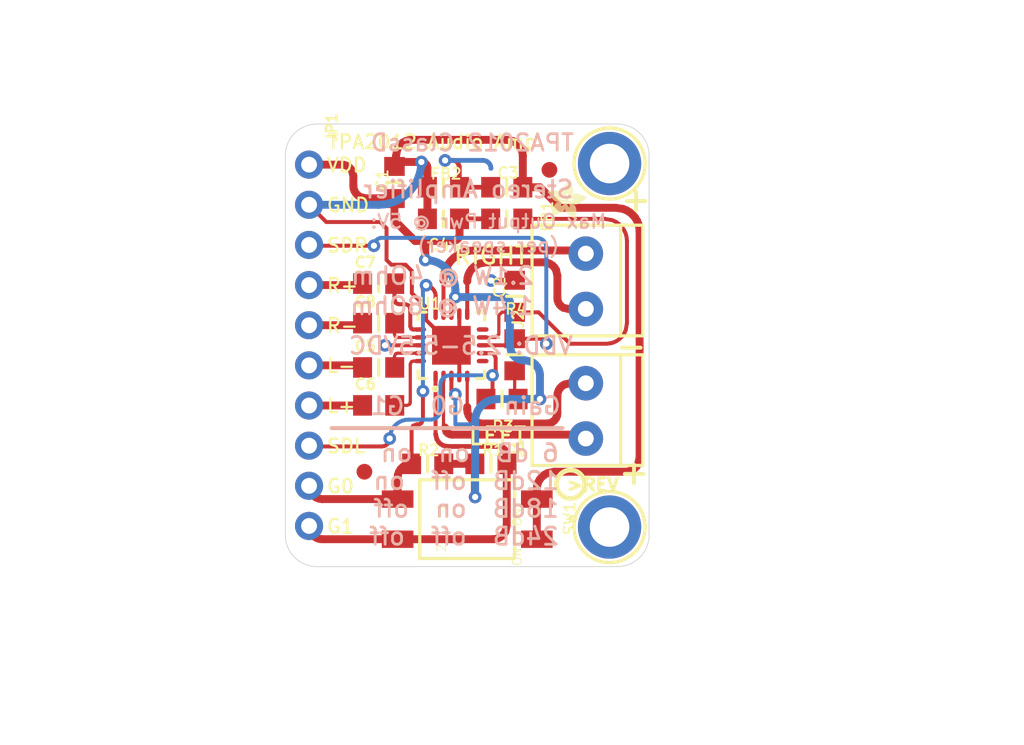
<source format=kicad_pcb>
(kicad_pcb (version 20211014) (generator pcbnew)
  (layers (0 "F.Cu" signal) (31 "B.Cu" signal) (34 "B.Paste" user) (35 "F.Paste" user) (36 "B.SilkS" user "B.Silkscreen") (37 "F.SilkS" user "F.Silkscreen") (38 "B.Mask" user) (39 "F.Mask" user) (44 "Edge.Cuts" user))
  (net 0 "")
  (net 1 "GAIN1")
  (net 2 "GAIN0")
  (net 3 "VDD")
  (net 4 "GND")
  (net 5 "AVDD")
  (net 6 "AGND")
  (net 7 "SHUTDOWN_L")
  (net 8 "SHUTDOWN_R")
  (net 9 "IN_L_N")
  (net 10 "IN_L_P")
  (net 11 "IN_R_N")
  (net 12 "IN_R_P")
  (net 13 "OUT_L_N")
  (net 14 "OUT_L_P")
  (net 15 "OUT_R_N")
  (net 16 "OUT_R_P")
  (net 17 "N$1")
  (net 18 "N$2")
  (net 19 "N$3")
  (net 20 "N$4")
  (footprint "boardEagle:TERMBLOCK_1X2-3.5MM" (layer "F.Cu") (at 156.0011 101.0036 90)
    (fp_text reference "J2")
    (fp_text value "")
  )
  (footprint "boardEagle:DIPSWITCH_2PIN" (layer "F.Cu") (at 148.5011 116.0036 -90)
    (fp_text reference "SW1")
    (fp_text value "")
  )
  (footprint "boardEagle:_0805MP" (layer "F.Cu") (at 142.9011 103.6036)
    (fp_text reference "C8")
    (fp_text value "1µF")
  )
  (footprint "boardEagle:_0805MP" (layer "F.Cu") (at 147.0011 97.0036 180)
    (fp_text reference "C4")
    (fp_text value "0.1µF")
  )
  (footprint "boardEagle:ADAFRUIT_2.5MM" (layer "F.Cu") (at 153.6011 97.0036)
    (fp_text reference "U$22" hide)
    (fp_text value "" hide)
  )
  (footprint "boardEagle:_0805MP" (layer "F.Cu") (at 151.0011 97.0036)
    (fp_text reference "FB1")
    (fp_text value "ferrite")
  )
  (footprint "boardEagle:_0805MP" (layer "F.Cu") (at 142.9011 108.8036)
    (fp_text reference "C6")
    (fp_text value "1µF")
  )
  (footprint "boardEagle:_0805MP" (layer "F.Cu") (at 146.0011 112.5036)
    (fp_text reference "R2")
    (fp_text value "100K")
  )
  (footprint "boardEagle:FIDUCIAL_1MM" (layer "F.Cu") (at 153.7011 93.9036)
    (fp_text reference "FID1" hide)
    (fp_text value "FIDUCIAL\"\"" hide)
  )
  (footprint "boardEagle:FIDUCIAL_1MM" (layer "F.Cu") (at 142.0011 113.0036)
    (fp_text reference "FID2" hide)
    (fp_text value "FIDUCIAL\"\"" hide)
  )
  (footprint "boardEagle:MOUNTINGHOLE_2.5_PLATED_THICK" (layer "F.Cu") (at 157.5011 116.5036)
    (fp_text reference "U$20" hide)
    (fp_text value "MOUNTINGHOLE2.5_THICK" hide)
  )
  (footprint "boardEagle:_0805MP" (layer "F.Cu") (at 150.7011 108.4036)
    (fp_text reference "R3")
    (fp_text value "100K")
  )
  (footprint "boardEagle:MOUNTINGHOLE_2.5_PLATED_THICK" (layer "F.Cu") (at 157.5011 93.5036)
    (fp_text reference "U$21" hide)
    (fp_text value "MOUNTINGHOLE2.5_THICK" hide)
  )
  (footprint "boardEagle:_0805MP" (layer "F.Cu") (at 151.0011 95.0036 180)
    (fp_text reference "C3")
    (fp_text value "0.1µF")
  )
  (footprint "boardEagle:_0805MP" (layer "F.Cu") (at 142.9011 101.1036)
    (fp_text reference "C7")
    (fp_text value "1µF")
  )
  (footprint "boardEagle:WQFN20" (layer "F.Cu") (at 147.5011 105.0036)
    (fp_text reference "U1")
    (fp_text value "TS2012")
  )
  (footprint "boardEagle:_0805MP" (layer "F.Cu") (at 143.9011 94.7036 90)
    (fp_text reference "C1")
    (fp_text value "10µF")
  )
  (footprint "boardEagle:_0805MP" (layer "F.Cu") (at 150.0011 112.5036 180)
    (fp_text reference "R1")
    (fp_text value "100K")
  )
  (footprint "boardEagle:_0805MP" (layer "F.Cu") (at 151.5011 101.9036 90)
    (fp_text reference "C2")
    (fp_text value "0.1µF")
  )
  (footprint "boardEagle:_0805MP" (layer "F.Cu") (at 142.9011 106.4036)
    (fp_text reference "C5")
    (fp_text value "1µF")
  )
  (footprint "boardEagle:_0805MP" (layer "F.Cu") (at 147.0011 95.0036)
    (fp_text reference "FB2")
    (fp_text value "ferrite")
  )
  (footprint "boardEagle:1X10_ROUND70" (layer "F.Cu") (at 138.5011 105.0036 -90)
    (fp_text reference "JP1")
    (fp_text value "")
  )
  (footprint "boardEagle:PCBFEAT-REV-040" (layer "F.Cu") (at 155.0351 113.7966)
    (fp_text reference "U$23" hide)
    (fp_text value "" hide)
  )
  (footprint "boardEagle:_0805MP" (layer "F.Cu") (at 151.5011 105.6036 -90)
    (fp_text reference "R4")
    (fp_text value "100K")
  )
  (footprint "boardEagle:TERMBLOCK_1X2-3.5MM" (layer "F.Cu") (at 156.0011 109.2036 90)
    (fp_text reference "J1")
    (fp_text value "")
  )
  (gr_line (start 154.5271 110.2406) (end 139.9221 110.2406) (layer "B.SilkS") (width 0.254))
  (gr_line (start 158.0011 119.0036) (end 139.0011 119.0036) (layer "Edge.Cuts") (width 0.05))
  (gr_line (start 139.0011 91.0036) (end 158.0011 91.0036) (layer "Edge.Cuts") (width 0.05))
  (gr_line (start 137.0011 117.0036) (end 137.0011 93.0036) (layer "Edge.Cuts") (width 0.05))
  (gr_line (start 160.0011 93.0036) (end 160.0011 117.0036) (layer "Edge.Cuts") (width 0.05))
  (gr_arc (start 160.0011 117.0036) (mid 159.415314 118.417814) (end 158.0011 119.0036) (layer "Edge.Cuts") (width 0.05))
  (gr_arc (start 137.0011 93.0036) (mid 137.586886 91.589386) (end 139.0011 91.0036) (layer "Edge.Cuts") (width 0.05))
  (gr_arc (start 158.0011 91.0036) (mid 159.415314 91.589386) (end 160.0011 93.0036) (layer "Edge.Cuts") (width 0.05))
  (gr_arc (start 139.0011 119.0036) (mid 137.586886 118.417814) (end 137.0011 117.0036) (layer "Edge.Cuts") (width 0.05))
  (gr_text "Gain   G0  G1" (at 154.5271 109.4786) (layer "B.SilkS") (effects (font (size 1.0922 1.0922) (thickness 0.1778)) (justify left bottom mirror)))
  (gr_text "TPA2012 ClassD" (at 155.3521 92.7996) (layer "B.SilkS") (effects (font (size 1.048512 1.048512) (thickness 0.170688)) (justify left bottom mirror)))
  (gr_text "6 dB  on  on\n12dB  off  on\n18dB  on  off\n24dB  off  off" (at 154.4001 117.7336) (layer "B.SilkS") (effects (font (size 1.0922 1.0922) (thickness 0.1778)) (justify left bottom mirror)))
  (gr_text "2.1W @ 4Ohm" (at 152.8341 101.2436) (layer "B.SilkS") (effects (font (size 1.0922 1.0922) (thickness 0.1778)) (justify left bottom mirror)))
  (gr_text "Max Output Pwr @ 5V:" (at 157.3841 97.6796) (layer "B.SilkS") (effects (font (size 0.87376 0.87376) (thickness 0.14224)) (justify left bottom mirror)))
  (gr_text "Stereo Amplifier" (at 155.3171 95.7776) (layer "B.SilkS") (effects (font (size 1.0922 1.0922) (thickness 0.1778)) (justify left bottom mirror)))
  (gr_text "VDD: 2.5-5.5VDC" (at 155.2891 105.6686) (layer "B.SilkS") (effects (font (size 1.0922 1.0922) (thickness 0.1778)) (justify left bottom mirror)))
  (gr_text "1.4W @ 8Ohm" (at 152.7801 103.1566) (layer "B.SilkS") (effects (font (size 1.0922 1.0922) (thickness 0.1778)) (justify left bottom mirror)))
  (gr_text "(per speaker)" (at 154.4001 99.1916) (layer "B.SilkS") (effects (font (size 0.87376 0.87376) (thickness 0.14224)) (justify left bottom mirror)))
  (gr_text "RIGHT" (at 152.4681 98.6836) (layer "F.SilkS") (effects (font (size 1.0922 1.0922) (thickness 0.1778)) (justify right top)))
  (gr_text "R-" (at 139.5411 104.2716) (layer "F.SilkS") (effects (font (size 0.87376 0.87376) (thickness 0.14224)) (justify left bottom)))
  (gr_text "+" (at 159.9571 96.9876 90) (layer "F.SilkS") (effects (font (size 1.52908 1.52908) (thickness 0.24892)) (justify left bottom)))
  (gr_text "L+" (at 139.5411 109.3516) (layer "F.SilkS") (effects (font (size 0.87376 0.87376) (thickness 0.14224)) (justify left bottom)))
  (gr_text "L-" (at 139.5411 106.8116) (layer "F.SilkS") (effects (font (size 0.87376 0.87376) (thickness 0.14224)) (justify left bottom)))
  (gr_text "LEFT" (at 152.3681 110.1136) (layer "F.SilkS") (effects (font (size 1.0922 1.0922) (thickness 0.1778)) (justify right top)))
  (gr_text "-" (at 159.9851 104.1476) (layer "F.SilkS") (effects (font (size 1.52908 1.52908) (thickness 0.24892)) (justify right top)))
  (gr_text "SDL" (at 139.5411 111.8916) (layer "F.SilkS") (effects (font (size 0.87376 0.87376) (thickness 0.14224)) (justify left bottom)))
  (gr_text "VDD" (at 139.5411 94.1116) (layer "F.SilkS") (effects (font (size 0.87376 0.87376) (thickness 0.14224)) (justify left bottom)))
  (gr_text "TPA2012 Audio Amp" (at 139.6096 92.6511) (layer "F.SilkS") (effects (font (size 0.87376 0.87376) (thickness 0.14224)) (justify left bottom)))
  (gr_text "GND" (at 139.5411 96.6516) (layer "F.SilkS") (effects (font (size 0.87376 0.87376) (thickness 0.14224)) (justify left bottom)))
  (gr_text "R+" (at 139.5411 101.7316) (layer "F.SilkS") (effects (font (size 0.87376 0.87376) (thickness 0.14224)) (justify left bottom)))
  (gr_text "G1" (at 139.5411 116.9716) (layer "F.SilkS") (effects (font (size 0.87376 0.87376) (thickness 0.14224)) (justify left bottom)))
  (gr_text "G0" (at 139.5411 114.4316) (layer "F.SilkS") (effects (font (size 0.87376 0.87376) (thickness 0.14224)) (justify left bottom)))
  (gr_text "+" (at 159.8301 114.2496 90) (layer "F.SilkS") (effects (font (size 1.52908 1.52908) (thickness 0.24892)) (justify left bottom)))
  (gr_text "SDR" (at 139.5411 99.1916) (layer "F.SilkS") (effects (font (size 0.87376 0.87376) (thickness 0.14224)) (justify left bottom)))
  (segment (start 151.0171 111.8196) (end 151.0171 111.8196) (width 0.3) (layer "F.Cu") (net 1))
  (segment (start 151.0171 111.8196) (end 150.99674 111.691049) (width 0.3) (layer "F.Cu") (net 1))
  (segment (start 138.817369 117.090338) (end 138.684362 116.957331) (width 0.5) (layer "F.Cu") (net 1))
  (segment (start 144.1011 117.2736) (end 150.1311 117.2736) (width 0.5) (layer "F.Cu") (net 1))
  (segment (start 139.3411 117.2736) (end 139.3411 117.2736) (width 0.5) (layer "F.Cu") (net 1))
  (segment (start 150.1311 117.2736) (end 150.1311 117.2736) (width 0.5) (layer "F.Cu") (net 1))
  (segment (start 138.976638 117.190414) (end 138.817369 117.090338) (width 0.5) (layer "F.Cu") (net 1))
  (segment (start 138.584286 116.798062) (end 138.5011 116.4336) (width 0.5) (layer "F.Cu") (net 1))
  (segment (start 139.154182 117.252539) (end 138.976638 117.190414) (width 0.5) (layer "F.Cu") (net 1))
  (segment (start 150.914943 116.781079) (end 151.0011 116.4036) (width 0.5) (layer "F.Cu") (net 1))
  (segment (start 151.0011 116.4036) (end 151.0011 112.5196) (width 0.5) (layer "F.Cu") (net 1))
  (segment (start 150.937651 111.575081) (end 150.845619 111.483049) (width 0.3) (layer "F.Cu") (net 1))
  (segment (start 146.953993 111.324375) (end 146.802308 111.229065) (width 0.3) (layer "F.Cu") (net 1))
  (segment (start 151.0171 112.5036) (end 151.0171 111.8196) (width 0.3) (layer "F.Cu") (net 1))
  (segment (start 150.811293 116.946036) (end 150.914943 116.781079) (width 0.5) (layer "F.Cu") (net 1))
  (segment (start 146.802308 111.229065) (end 146.675635 111.102392) (width 0.3) (layer "F.Cu") (net 1))
  (segment (start 138.684362 116.957331) (end 138.584286 116.798062) (width 0.5) (layer "F.Cu") (net 1))
  (segment (start 139.3411 117.2736) (end 139.154182 117.252539) (width 0.5) (layer "F.Cu") (net 1))
  (segment (start 147.3011 111.4036) (end 147.123083 111.383542) (width 0.3) (layer "F.Cu") (net 1))
  (segment (start 151.0011 112.5196) (end 151.0011 112.5196) (width 0.5) (layer "F.Cu") (net 1))
  (segment (start 150.508579 117.187443) (end 150.673536 117.083793) (width 0.5) (layer "F.Cu") (net 1))
  (segment (start 150.1311 117.2736) (end 150.324693 117.251787) (width 0.5) (layer "F.Cu") (net 1))
  (segment (start 150.6011 111.4036) (end 147.3011 111.4036) (width 0.3) (layer "F.Cu") (net 1))
  (segment (start 147.123083 111.383542) (end 146.953993 111.324375) (width 0.3) (layer "F.Cu") (net 1))
  (segment (start 151.0011 112.5196) (end 151.0171 112.5036) (width 0.5) (layer "F.Cu") (net 1))
  (segment (start 150.99674 111.691049) (end 150.937651 111.575081) (width 0.3) (layer "F.Cu") (net 1))
  (segment (start 147.3011 111.4036) (end 147.3011 111.4036) (width 0.3) (layer "F.Cu") (net 1))
  (segment (start 144.1011 117.2736) (end 139.3411 117.2736) (width 0.5) (layer "F.Cu") (net 1))
  (segment (start 146.675635 111.102392) (end 146.580325 110.950707) (width 0.3) (layer "F.Cu") (net 1))
  (segment (start 150.845619 111.483049) (end 150.6011 111.4036) (width 0.3) (layer "F.Cu") (net 1))
  (segment (start 146.580325 110.950707) (end 146.5011 110.6036) (width 0.3) (layer "F.Cu") (net 1))
  (segment (start 150.324693 117.251787) (end 150.508579 117.187443) (width 0.5) (layer "F.Cu") (net 1))
  (segment (start 150.673536 117.083793) (end 150.811293 116.946036) (width 0.5) (layer "F.Cu") (net 1))
  (segment (start 146.5011 110.6036) (end 146.5011 106.9786) (width 0.25) (layer "F.Cu") (net 1))
  (segment (start 138.817369 114.550338) (end 138.684362 114.417331) (width 0.5) (layer "F.Cu") (net 2))
  (segment (start 145.3011 110.0036) (end 145.4011 110.0036) (width 0.25) (layer "F.Cu") (net 2))
  (segment (start 145.613232 109.915732) (end 145.7011 109.7036) (width 0.25) (layer "F.Cu") (net 2))
  (segment (start 145.515905 109.980764) (end 145.613232 109.915732) (width 0.25) (layer "F.Cu") (net 2))
  (segment (start 145.077654 110.096154) (end 145.3011 110.0036) (width 0.25) (layer "F.Cu") (net 2))
  (segment (start 144.1011 113.3876) (end 144.123264 113.190891) (width 0.5) (layer "F.Cu") (net 2))
  (segment (start 146.5011 102.0036) (end 146.5011 102.0036) (width 0.254) (layer "F.Cu") (net 2))
  (segment (start 144.188644 113.004047) (end 144.293961 112.836435) (width 0.5) (layer "F.Cu") (net 2))
  (segment (start 146.315726 101.418667) (end 146.194916 101.31631) (width 0.254) (layer "F.Cu") (net 2))
  (segment (start 145.4011 110.0036) (end 145.4011 110.0036) (width 0.25) (layer "F.Cu") (net 2))
  (segment (start 144.601547 112.591144) (end 144.9851 112.5036) (width 0.5) (layer "F.Cu") (net 2))
  (segment (start 138.684362 114.417331) (end 138.584286 114.258062) (width 0.5) (layer "F.Cu") (net 2))
  (segment (start 145.4011 110.0036) (end 145.515905 109.980764) (width 0.25) (layer "F.Cu") (net 2))
  (segment (start 144.293961 112.836435) (end 144.433935 112.696461) (width 0.5) (layer "F.Cu") (net 2))
  (segment (start 144.9851 110.3196) (end 144.9851 110.3196) (width 0.25) (layer "F.Cu") (net 2))
  (segment (start 146.505802 101.845328) (end 146.475167 101.689978) (width 0.254) (layer "F.Cu") (net 2))
  (segment (start 146.475167 101.689978) (end 146.410731 101.54534) (width 0.254) (layer "F.Cu") (net 2))
  (segment (start 145.009154 110.198672) (end 145.077654 110.096154) (width 0.25) (layer "F.Cu") (net 2))
  (segment (start 138.976638 114.650414) (end 138.817369 114.550338) (width 0.5) (layer "F.Cu") (net 2))
  (segment (start 145.7011 109.7036) (end 145.7011 109.2036) (width 0.25) (layer "F.Cu") (net 2))
  (segment (start 146.194916 101.31631) (end 145.9011 101.2036) (width 0.254) (layer "F.Cu") (net 2))
  (segment (start 146.5011 103.0286) (end 146.5011 102.0036) (width 0.254) (layer "F.Cu") (net 2))
  (segment (start 138.584286 114.258062) (end 138.5011 113.8936) (width 0.5) (layer "F.Cu") (net 2))
  (segment (start 139.3411 114.7336) (end 139.154182 114.712539) (width 0.5) (layer "F.Cu") (net 2))
  (segment (start 144.9851 112.5036) (end 144.9851 110.3196) (width 0.25) (layer "F.Cu") (net 2))
  (segment (start 144.9851 110.3196) (end 145.009154 110.198672) (width 0.25) (layer "F.Cu") (net 2))
  (segment (start 144.1011 114.7336) (end 144.1011 113.3876) (width 0.5) (layer "F.Cu") (net 2))
  (segment (start 144.433935 112.696461) (end 144.601547 112.591144) (width 0.5) (layer "F.Cu") (net 2))
  (segment (start 146.410731 101.54534) (end 146.315726 101.418667) (width 0.254) (layer "F.Cu") (net 2))
  (segment (start 146.5011 102.0036) (end 146.505802 101.845328) (width 0.254) (layer "F.Cu") (net 2))
  (segment (start 139.3411 114.7336) (end 139.3411 114.7336) (width 0.5) (layer "F.Cu") (net 2))
  (segment (start 139.154182 114.712539) (end 138.976638 114.650414) (width 0.5) (layer "F.Cu") (net 2))
  (segment (start 144.1011 113.3876) (end 144.1011 113.3876) (width 0.5) (layer "F.Cu") (net 2))
  (segment (start 144.123264 113.190891) (end 144.188644 113.004047) (width 0.5) (layer "F.Cu") (net 2))
  (segment (start 145.7011 107.9036) (end 145.7011 109.2036) (width 0.25) (layer "F.Cu") (net 2))
  (segment (start 144.1011 114.7336) (end 139.3411 114.7336) (width 0.5) (layer "F.Cu") (net 2))
  (via (at 145.7011 107.9036) (size 0.8001) (drill 0.3937) (layers "F.Cu" "B.Cu") (net 2))
  (via (at 145.9011 101.2036) (size 0.8001) (drill 0.3937) (layers "F.Cu" "B.Cu") (net 2))
  (segment (start 145.7011 101.4036) (end 145.9011 101.2036) (width 0.25) (layer "B.Cu") (net 2))
  (segment (start 145.7011 107.9036) (end 145.7011 101.4036) (width 0.25) (layer "B.Cu") (net 2))
  (segment (start 145.8511 98.5536) (end 145.871196 98.4786) (width 0.5) (layer "F.Cu") (net 3))
  (segment (start 148.0171 97.9876) (end 147.99674 98.116151) (width 0.5) (layer "F.Cu") (net 3))
  (segment (start 143.9011 97.1036) (end 145.0011 98.2036) (width 0.5) (layer "F.Cu") (net 3))
  (segment (start 143.9011 95.7196) (end 143.9011 97.1036) (width 0.5) (layer "F.Cu") (net 3))
  (segment (start 141.026248 93.732863) (end 141.141837 93.848452) (width 0.5) (layer "F.Cu") (net 3))
  (segment (start 141.380325 95.250707) (end 141.475635 95.402392) (width 0.5) (layer "F.Cu") (net 3))
  (segment (start 143.8851 95.7036) (end 143.9011 95.7196) (width 0.5) (layer "F.Cu") (net 3))
  (segment (start 147.845619 98.324151) (end 147.6011 98.4036) (width 0.5) (layer "F.Cu") (net 3))
  (segment (start 147.0171 112.5036) (end 148.9851 112.5036) (width 0.5) (layer "F.Cu") (net 3))
  (segment (start 147.99674 98.116151) (end 147.937651 98.232119) (width 0.5) (layer "F.Cu") (net 3))
  (segment (start 141.3011 94.9036) (end 141.321158 95.081617) (width 0.5) (layer "F.Cu") (net 3))
  (segment (start 140.5711 93.5736) (end 140.73354 93.591903) (width 0.5) (layer "F.Cu") (net 3))
  (segment (start 141.141837 93.848452) (end 141.228807 93.986865) (width 0.5) (layer "F.Cu") (net 3))
  (segment (start 140.887835 93.645893) (end 141.026248 93.732863) (width 0.5) (layer "F.Cu") (net 3))
  (segment (start 147.5011 107.8036) (end 147.5011 107.8036) (width 0.25) (layer "F.Cu") (net 3))
  (segment (start 148.0171 97.9876) (end 148.0171 97.9876) (width 0.5) (layer "F.Cu") (net 3))
  (segment (start 145.8511 99.6036) (end 145.8511 98.5536) (width 0.5) (layer "F.Cu") (net 3))
  (segment (start 145.8511 98.5536) (end 145.8511 98.5536) (width 0.5) (layer "F.Cu") (net 3))
  (segment (start 148.9851 114.5876) (end 149.0011 114.6036) (width 0.5) (layer "F.Cu") (net 3))
  (segment (start 141.475635 95.402392) (end 141.602308 95.529065) (width 0.5) (layer "F.Cu") (net 3))
  (segment (start 140.73354 93.591903) (end 140.887835 93.645893) (width 0.5) (layer "F.Cu") (net 3))
  (segment (start 141.753993 95.624375) (end 142.1011 95.7036) (width 0.5) (layer "F.Cu") (net 3))
  (segment (start 148.9851 114.5876) (end 148.9851 114.5876) (width 0.5) (layer "F.Cu") (net 3))
  (segment (start 153.1011 108.4036) (end 151.7171 108.4036) (width 0.5) (layer "F.Cu") (net 3))
  (segment (start 147.5011 102.2036) (end 147.7511 101.9536) (width 0.25) (layer "F.Cu") (net 3))
  (segment (start 141.3011 94.3036) (end 141.3011 94.9036) (width 0.5) (layer "F.Cu") (net 3))
  (segment (start 138.5011 93.5736) (end 140.5711 93.5736) (width 0.5) (layer "F.Cu") (net 3))
  (segment (start 148.0171 97.0036) (end 149.9851 97.0036) (width 0.3) (layer "F.Cu") (net 3))
  (segment (start 145.9261 98.423696) (end 146.0011 98.4036) (width 0.5) (layer "F.Cu") (net 3))
  (segment (start 145.871196 98.4786) (end 145.9261 98.423696) (width 0.5) (layer "F.Cu") (net 3))
  (segment (start 140.5711 93.5736) (end 140.5711 93.5736) (width 0.5) (layer "F.Cu") (net 3))
  (segment (start 147.937651 98.232119) (end 147.845619 98.324151) (width 0.5) (layer "F.Cu") (net 3))
  (segment (start 148.9851 112.5036) (end 148.9851 114.5876) (width 0.5) (layer "F.Cu") (net 3))
  (segment (start 141.321158 95.081617) (end 141.380325 95.250707) (width 0.5) (layer "F.Cu") (net 3))
  (segment (start 145.2011 98.4036) (end 145.0011 98.2036) (width 0.5) (layer "F.Cu") (net 3))
  (segment (start 148.0171 97.0036) (end 148.0171 97.9876) (width 0.5) (layer "F.Cu") (net 3))
  (segment (start 151.5011 108.1876) (end 151.7171 108.4036) (width 0.2032) (layer "F.Cu") (net 3))
  (segment (start 141.3011 94.9036) (end 141.3011 94.9036) (width 0.5) (layer "F.Cu") (net 3))
  (segment (start 147.512466 107.910741) (end 147.563968 108.005377) (width 0.25) (layer "F.Cu") (net 3))
  (segment (start 142.1011 95.7036) (end 143.8851 95.7036) (width 0.5) (layer "F.Cu") (net 3))
  (segment (start 146.0011 98.4036) (end 145.2011 98.4036) (width 0.5) (layer "F.Cu") (net 3))
  (segment (start 147.5011 107.8036) (end 147.512466 107.910741) (width 0.25) (layer "F.Cu") (net 3))
  (segment (start 143.8851 95.7036) (end 143.8851 95.7036) (width 0.5) (layer "F.Cu") (net 3))
  (segment (start 151.5011 106.6196) (end 151.5011 108.1876) (width 0.2032) (layer "F.Cu") (net 3))
  (segment (start 147.563968 108.005377) (end 147.7511 108.1036) (width 0.25) (layer "F.Cu") (net 3))
  (segment (start 141.602308 95.529065) (end 141.753993 95.624375) (width 0.5) (layer "F.Cu") (net 3))
  (segment (start 147.5011 106.9786) (end 147.5011 107.8036) (width 0.25) (layer "F.Cu") (net 3))
  (segment (start 141.228807 93.986865) (end 141.3011 94.3036) (width 0.5) (layer "F.Cu") (net 3))
  (segment (start 147.5011 103.0286) (end 147.5011 102.2036) (width 0.25) (layer "F.Cu") (net 3))
  (segment (start 147.6011 98.4036) (end 146.0011 98.4036) (width 0.5) (layer "F.Cu") (net 3))
  (via (at 147.7511 101.9536) (size 0.8001) (drill 0.3937) (layers "F.Cu" "B.Cu") (net 3))
  (via (at 147.7511 108.1036) (size 0.8001) (drill 0.3937) (layers "F.Cu" "B.Cu") (net 3))
  (via (at 153.1011 108.4036) (size 0.8001) (drill 0.3937) (layers "F.Cu" "B.Cu") (net 3))
  (via (at 145.8511 99.6036) (size 0.8001) (drill 0.3937) (layers "F.Cu" "B.Cu") (net 3))
  (via (at 149.0011 114.6036) (size 0.8001) (drill 0.3937) (layers "F.Cu" "B.Cu") (net 3))
  (segment (start 152.514649 106.025914) (end 152.1511 105.9536) (width 0.5) (layer "B.Cu") (net 3))
  (segment (start 146.878318 99.905218) (end 146.640389 99.775299) (width 0.5) (layer "B.Cu") (net 3))
  (segment (start 149.7011 108.591164) (end 149.922272 108.48803) (width 0.5) (layer "B.Cu") (net 3))
  (segment (start 147.579401 100.714311) (end 147.449482 100.476382) (width 0.5) (layer "B.Cu") (net 3))
  (segment (start 149.0011 110.0036) (end 149.0011 109.8036) (width 0.5) (layer "B.Cu") (net 3))
  (segment (start 149.0011 109.8036) (end 149.0011 109.8036) (width 0.5) (layer "B.Cu") (net 3))
  (segment (start 151.2011 102.3036) (end 151.2011 102.3036) (width 0.5) (layer "B.Cu") (net 3))
  (segment (start 149.022369 109.560493) (end 149.08553 109.324772) (width 0.5) (layer "B.Cu") (net 3))
  (segment (start 152.822851 106.231849) (end 152.678892 106.113704) (width 0.5) (layer "B.Cu") (net 3))
  (segment (start 146.121498 99.622939) (end 145.8511 99.6036) (width 0.5) (layer "B.Cu") (net 3))
  (segment (start 152.940996 106.375808) (end 152.822851 106.231849) (width 0.5) (layer "B.Cu") (net 3))
  (segment (start 147.7511 101.5036) (end 147.731761 101.233202) (width 0.5) (layer "B.Cu") (net 3))
  (segment (start 151.2011 105.0536) (end 151.2011 102.3036) (width 0.5) (layer "B.Cu") (net 3))
  (segment (start 151.056825 102.020444) (end 150.8511 101.9536) (width 0.5) (layer "B.Cu") (net 3))
  (segment (start 149.922272 108.48803) (end 150.4011 108.4036) (width 0.5) (layer "B.Cu") (net 3))
  (segment (start 153.082846 106.718264) (end 153.028786 106.540051) (width 0.5) (layer "B.Cu") (net 3))
  (segment (start 152.678892 106.113704) (end 152.514649 106.025914) (width 0.5) (layer "B.Cu") (net 3))
  (segment (start 149.0011 114.6036) (end 149.0011 110.0036) (width 0.5) (layer "B.Cu") (net 3))
  (segment (start 152.1011 105.9536) (end 151.900831 105.931035) (width 0.5) (layer "B.Cu") (net 3))
  (segment (start 151.710605 105.864472) (end 151.539959 105.757248) (width 0.5) (layer "B.Cu") (net 3))
  (segment (start 152.1011 105.9536) (end 152.1011 105.9536) (width 0.5) (layer "B.Cu") (net 3))
  (segment (start 153.1011 108.4036) (end 153.1011 106.9036) (width 0.5) (layer "B.Cu") (net 3))
  (segment (start 151.290228 105.444095) (end 151.2011 105.0536) (width 0.5) (layer "B.Cu") (net 3))
  (segment (start 147.095335 100.067676) (end 146.878318 99.905218) (width 0.5) (layer "B.Cu") (net 3))
  (segment (start 151.2011 102.3036) (end 151.18397 102.195444) (width 0.5) (layer "B.Cu") (net 3))
  (segment (start 149.501197 108.731138) (end 149.7011 108.591164) (width 0.5) (layer "B.Cu") (net 3))
  (segment (start 149.188664 109.1036) (end 149.328638 108.903697) (width 0.5) (layer "B.Cu") (net 3))
  (segment (start 149.0011 109.8036) (end 149.022369 109.560493) (width 0.5) (layer "B.Cu") (net 3))
  (segment (start 146.640389 99.775299) (end 146.386392 99.680563) (width 0.5) (layer "B.Cu") (net 3))
  (segment (start 147.7511 101.9536) (end 147.7511 101.5036) (width 0.5) (layer "B.Cu") (net 3))
  (segment (start 149.328638 108.903697) (end 149.501197 108.731138) (width 0.5) (layer "B.Cu") (net 3))
  (segment (start 147.7511 108.1036) (end 147.7511 110.0036) (width 0.25) (layer "B.Cu") (net 3))
  (segment (start 151.18397 102.195444) (end 151.134256 102.097875) (width 0.5) (layer "B.Cu") (net 3))
  (segment (start 147.674137 100.968308) (end 147.579401 100.714311) (width 0.5) (layer "B.Cu") (net 3))
  (segment (start 151.397452 105.614741) (end 151.290228 105.444095) (width 0.5) (layer "B.Cu") (net 3))
  (segment (start 151.134256 102.097875) (end 151.056825 102.020444) (width 0.5) (layer "B.Cu") (net 3))
  (segment (start 150.4011 108.4036) (end 153.1011 108.4036) (width 0.5) (layer "B.Cu") (net 3))
  (segment (start 149.08553 109.324772) (end 149.188664 109.1036) (width 0.5) (layer "B.Cu") (net 3))
  (segment (start 151.900831 105.931035) (end 151.710605 105.864472) (width 0.5) (layer "B.Cu") (net 3))
  (segment (start 152.1511 105.9536) (end 152.1011 105.9536) (width 0.5) (layer "B.Cu") (net 3))
  (segment (start 153.1011 106.9036) (end 153.082846 106.718264) (width 0.5) (layer "B.Cu") (net 3))
  (segment (start 147.287024 100.259365) (end 147.095335 100.067676) (width 0.5) (layer "B.Cu") (net 3))
  (segment (start 146.386392 99.680563) (end 146.121498 99.622939) (width 0.5) (layer "B.Cu") (net 3))
  (segment (start 147.7511 110.0036) (end 149.0011 110.0036) (width 0.25) (layer "B.Cu") (net 3))
  (segment (start 151.539959 105.757248) (end 151.397452 105.614741) (width 0.5) (layer "B.Cu") (net 3))
  (segment (start 153.1011 106.9036) (end 153.1011 106.9036) (width 0.5) (layer "B.Cu") (net 3))
  (segment (start 147.449482 100.476382) (end 147.287024 100.259365) (width 0.5) (layer "B.Cu") (net 3))
  (segment (start 147.731761 101.233202) (end 147.674137 100.968308) (width 0.5) (layer "B.Cu") (net 3))
  (segment (start 147.7511 101.5036) (end 147.7511 101.5036) (width 0.5) (layer "B.Cu") (net 3))
  (segment (start 153.028786 106.540051) (end 152.940996 106.375808) (width 0.5) (layer "B.Cu") (net 3))
  (segment (start 150.8511 101.9536) (end 147.7511 101.9536) (width 0.5) (layer "B.Cu") (net 3))
  (segment (start 159.311972 112.494095) (end 159.4011 112.1036) (width 0.5) (layer "F.Cu") (net 4))
  (segment (start 152.0171 95.0036) (end 152.0171 93.0196) (width 0.5) (layer "F.Cu") (net 4))
  (segment (start 151.71952 92.30118) (end 151.565559 92.174827) (width 0.5) (layer "F.Cu") (net 4))
  (segment (start 153.389973 113.188983) (end 153.580148 113.087333) (width 0.5) (layer "F.Cu") (net 4))
  (segment (start 159.4011 97.8036) (end 159.382633 97.568948) (width 0.5) (layer "F.Cu") (net 4))
  (segment (start 153.580148 113.087333) (end 154.0011 113.0036) (width 0.5) (layer "F.Cu") (net 4))
  (segment (start 159.114625 96.921922) (end 158.96176 96.74294) (width 0.5) (layer "F.Cu") (net 4))
  (segment (start 144.0011 93.0036) (end 144.0011 93.5876) (width 0.5) (layer "F.Cu") (net 4))
  (segment (start 152.922236 113.889001) (end 152.984833 113.682648) (width 0.5) (layer "F.Cu") (net 4))
  (segment (start 144.1851 93.4036) (end 144.076418 93.425218) (width 0.5) (layer "F.Cu") (net 4))
  (segment (start 151.389906 92.080938) (end 151.0011 92.0036) (width 0.5) (layer "F.Cu") (net 4))
  (segment (start 158.582086 96.46709) (end 158.364625 96.377015) (width 0.5) (layer "F.Cu") (net 4))
  (segment (start 152.984833 113.682648) (end 153.086483 113.492473) (width 0.5) (layer "F.Cu") (net 4))
  (segment (start 153.1011 95.0036) (end 152.0171 95.0036) (width 0.5) (layer "F.Cu") (net 4))
  (segment (start 145.0011 92.0036) (end 144.80601 92.022815) (width 0.5) (layer "F.Cu") (net 4))
  (segment (start 148.0011 103.9036) (end 147.8011 104.1036) (width 0.25) (layer "F.Cu") (net 4))
  (segment (start 157.9011 96.3036) (end 154.4011 96.3036) (width 0.5) (layer "F.Cu") (net 4))
  (segment (start 158.5011 113.0036) (end 158.5011 113.0036) (width 0.5) (layer "F.Cu") (net 4))
  (segment (start 145.0011 100.3036) (end 144.6011 99.9036) (width 0.25) (layer "F.Cu") (net 4))
  (segment (start 159.204748 112.664741) (end 159.311972 112.494095) (width 0.5) (layer "F.Cu") (net 4))
  (segment (start 144.293993 92.296493) (end 144.16963 92.44803) (width 0.5) (layer "F.Cu") (net 4))
  (segment (start 159.4011 97.8036) (end 159.4011 97.8036) (width 0.5) (layer "F.Cu") (net 4))
  (segment (start 158.701369 112.981035) (end 158.891595 112.914472) (width 0.5) (layer "F.Cu") (net 4))
  (segment (start 158.96176 96.74294) (end 158.782778 96.590075) (width 0.5) (layer "F.Cu") (net 4))
  (segment (start 148.0011 103.0286) (end 148.0011 103.9036) (width 0.25) (layer "F.Cu") (net 4))
  (segment (start 154.0011 113.0036) (end 158.5011 113.0036) (width 0.5) (layer "F.Cu") (net 4))
  (segment (start 145.0011 100.4036) (end 145.0011 100.3036) (width 0.25) (layer "F.Cu") (net 4))
  (segment (start 148.0011 106.9786) (end 148.0011 105.5036) (width 0.25) (layer "F.Cu") (net 4))
  (segment (start 145.9851 95.0036) (end 145.9851 93.7876) (width 0.5) (layer "F.Cu") (net 4))
  (segment (start 158.364625 96.377015) (end 157.9011 96.3036) (width 0.5) (layer "F.Cu") (net 4))
  (segment (start 153.223283 113.325783) (end 153.389973 113.188983) (width 0.5) (layer "F.Cu") (net 4))
  (segment (start 151.939762 92.630794) (end 151.845873 92.455141) (width 0.5) (layer "F.Cu") (net 4))
  (segment (start 151.565559 92.174827) (end 151.389906 92.080938) (width 0.5) (layer "F.Cu") (net 4))
  (segment (start 145.0011 101.7036) (end 145.0011 100.4036) (width 0.25) (layer "F.Cu") (net 4))
  (segment (start 145.9011 102.6036) (end 145.0011 101.7036) (width 0.25) (layer "F.Cu") (net 4))
  (segment (start 143.0011 97.2036) (end 139.5911 97.2036) (width 0.25) (layer "F.Cu") (net 4))
  (segment (start 154.4011 96.3036) (end 153.1011 95.0036) (width 0.5) (layer "F.Cu") (net 4))
  (segment (start 143.7011 99.9036) (end 143.4011 99.6036) (width 0.25) (layer "F.Cu") (net 4))
  (segment (start 139.5911 97.2036) (end 138.5011 96.1136) (width 0.25) (layer "F.Cu") (net 4))
  (segment (start 159.23761 97.122614) (end 159.114625 96.921922) (width 0.5) (layer "F.Cu") (net 4))
  (segment (start 145.911763 93.56189) (end 145.82681 93.476937) (width 0.5) (layer "F.Cu") (net 4))
  (segment (start 145.6011 93.4036) (end 144.1851 93.4036) (width 0.5) (layer "F.Cu") (net 4))
  (segment (start 152.0171 93.0196) (end 151.997578 92.821388) (width 0.5) (layer "F.Cu") (net 4))
  (segment (start 146.6011 104.1036) (end 145.9011 103.4036) (width 0.25) (layer "F.Cu") (net 4))
  (segment (start 159.382633 97.568948) (end 159.327685 97.340075) (width 0.5) (layer "F.Cu") (net 4))
  (segment (start 151.997578 92.821388) (end 151.939762 92.630794) (width 0.5) (layer "F.Cu") (net 4))
  (segment (start 143.4011 97.6036) (end 143.0011 97.2036) (width 0.25) (layer "F.Cu") (net 4))
  (segment (start 158.5011 113.0036) (end 158.701369 112.981035) (width 0.5) (layer "F.Cu") (net 4))
  (segment (start 145.9851 97.0036) (end 145.9851 95.0036) (width 0.5) (layer "F.Cu") (net 4))
  (segment (start 159.327685 97.340075) (end 159.23761 97.122614) (width 0.5) (layer "F.Cu") (net 4))
  (segment (start 145.82681 93.476937) (end 145.6011 93.4036) (width 0.5) (layer "F.Cu") (net 4))
  (segment (start 145.0011 92.0036) (end 145.0011 92.0036) (width 0.5) (layer "F.Cu") (net 4))
  (segment (start 145.966306 93.668937) (end 145.911763 93.56189) (width 0.5) (layer "F.Cu") (net 4))
  (segment (start 159.4011 112.1036) (end 159.4011 97.8036) (width 0.5) (layer "F.Cu") (net 4))
  (segment (start 144.0011 93.5876) (end 143.9011 93.6876) (width 0.5) (layer "F.Cu") (net 4))
  (segment (start 144.1851 93.4036) (end 144.1851 93.4036) (width 0.5) (layer "F.Cu") (net 4))
  (segment (start 145.9851 93.7876) (end 145.9851 93.7876) (width 0.5) (layer "F.Cu") (net 4))
  (segment (start 144.80601 92.022815) (end 144.618417 92.07972) (width 0.5) (layer "F.Cu") (net 4))
  (segment (start 151.845873 92.455141) (end 151.71952 92.30118) (width 0.5) (layer "F.Cu") (net 4))
  (segment (start 144.0011 93.5876) (end 144.0011 93.5876) (width 0.5) (layer "F.Cu") (net 4))
  (segment (start 147.8011 104.1036) (end 147.8011 104.7036) (width 0.25) (layer "F.Cu") (net 4))
  (segment (start 152.0171 93.0196) (end 152.0171 93.0196) (width 0.5) (layer "F.Cu") (net 4))
  (segment (start 145.9851 93.7876) (end 145.966306 93.668937) (width 0.5) (layer "F.Cu") (net 4))
  (segment (start 144.6011 99.9036) (end 143.7011 99.9036) (width 0.25) (layer "F.Cu") (net 4))
  (segment (start 152.9011 117.2736) (end 152.9011 114.7336) (width 0.5) (layer "F.Cu") (net 4))
  (segment (start 143.984282 93.486782) (end 143.9011 93.6876) (width 0.5) (layer "F.Cu") (net 4))
  (segment (start 152.9011 114.1036) (end 152.9011 114.1036) (width 0.5) (layer "F.Cu") (net 4))
  (segment (start 147.8011 104.1036) (end 146.6011 104.1036) (width 0.25) (layer "F.Cu") (net 4))
  (segment (start 158.891595 112.914472) (end 159.062241 112.807248) (width 0.5) (layer "F.Cu") (net 4))
  (segment (start 151.0011 92.0036) (end 145.0011 92.0036) (width 0.5) (layer "F.Cu") (net 4))
  (segment (start 158.782778 96.590075) (end 158.582086 96.46709) (width 0.5) (layer "F.Cu") (net 4))
  (segment (start 147.8011 104.7036) (end 147.5011 105.0036) (width 0.25) (layer "F.Cu") (net 4))
  (segment (start 152.9011 114.1036) (end 152.922236 113.889001) (width 0.5) (layer "F.Cu") (net 4))
  (segment (start 148.0011 105.5036) (end 147.5011 105.0036) (width 0.25) (layer "F.Cu") (net 4))
  (segment (start 152.9011 114.7336) (end 152.9011 114.1036) (width 0.5) (layer "F.Cu") (net 4))
  (segment (start 144.076418 93.425218) (end 143.984282 93.486782) (width 0.5) (layer "F.Cu") (net 4))
  (segment (start 144.44553 92.17213) (end 144.293993 92.296493) (width 0.5) (layer "F.Cu") (net 4))
  (segment (start 144.07722 92.620917) (end 144.0011 93.0036) (width 0.5) (layer "F.Cu") (net 4))
  (segment (start 153.086483 113.492473) (end 153.223283 113.325783) (width 0.5) (layer "F.Cu") (net 4))
  (segment (start 144.16963 92.44803) (end 144.07722 92.620917) (width 0.5) (layer "F.Cu") (net 4))
  (segment (start 159.062241 112.807248) (end 159.204748 112.664741) (width 0.5) (layer "F.Cu") (net 4))
  (segment (start 144.618417 92.07972) (end 144.44553 92.17213) (width 0.5) (layer "F.Cu") (net 4))
  (segment (start 143.4011 99.6036) (end 143.4011 97.6036) (width 0.25) (layer "F.Cu") (net 4))
  (segment (start 145.9011 103.4036) (end 145.9011 102.6036) (width 0.25) (layer "F.Cu") (net 4))
  (via (at 145.6011 93.4036) (size 0.8001) (drill 0.3937) (layers "F.Cu" "B.Cu") (net 4))
  (segment (start 142.8911 96.1136) (end 143.217754 96.093841) (width 0.5) (layer "B.Cu") (net 4))
  (segment (start 143.539645 96.034852) (end 143.852079 95.937494) (width 0.5) (layer "B.Cu") (net 4))
  (segment (start 145.581341 93.730254) (end 145.6011 93.4036) (width 0.5) (layer "B.Cu") (net 4))
  (segment (start 142.8911 96.1136) (end 142.8911 96.1136) (width 0.5) (layer "B.Cu") (net 4))
  (segment (start 144.919564 95.200662) (end 145.121386 94.943055) (width 0.5) (layer "B.Cu") (net 4))
  (segment (start 145.121386 94.943055) (end 145.290686 94.663) (width 0.5) (layer "B.Cu") (net 4))
  (segment (start 145.424994 94.364579) (end 145.522352 94.052145) (width 0.5) (layer "B.Cu") (net 4))
  (segment (start 144.1505 95.803186) (end 144.430555 95.633886) (width 0.5) (layer "B.Cu") (net 4))
  (segment (start 144.688162 95.432064) (end 144.919564 95.200662) (width 0.5) (layer "B.Cu") (net 4))
  (segment (start 144.430555 95.633886) (end 144.688162 95.432064) (width 0.5) (layer "B.Cu") (net 4))
  (segment (start 143.852079 95.937494) (end 144.1505 95.803186) (width 0.5) (layer "B.Cu") (net 4))
  (segment (start 145.522352 94.052145) (end 145.581341 93.730254) (width 0.5) (layer "B.Cu") (net 4))
  (segment (start 138.5011 96.1136) (end 142.8911 96.1136) (width 0.5) (layer "B.Cu") (net 4))
  (segment (start 145.290686 94.663) (end 145.424994 94.364579) (width 0.5) (layer "B.Cu") (net 4))
  (segment (start 143.217754 96.093841) (end 143.539645 96.034852) (width 0.5) (layer "B.Cu") (net 4))
  (segment (start 158.5227 104.048226) (end 158.6011 103.6036) (width 0.25) (layer "F.Cu") (net 5))
  (segment (start 157.2011 97.0036) (end 152.0171 97.0036) (width 0.25) (layer "F.Cu") (net 5))
  (segment (start 157.9011 97.191164) (end 157.679928 97.08803) (width 0.25) (layer "F.Cu") (net 5))
  (segment (start 158.51667 97.924772) (end 158.413536 97.7036) (width 0.25) (layer "F.Cu") (net 5))
  (segment (start 158.6011 103.6036) (end 158.6011 98.4036) (width 0.25) (layer "F.Cu") (net 5))
  (segment (start 150.5011 103.1036) (end 150.7011 102.9036) (width 0.2032) (layer "F.Cu") (net 5))
  (segment (start 158.296958 104.439224) (end 158.426933 104.2536) (width 0.25) (layer "F.Cu") (net 5))
  (segment (start 151.4851 102.9036) (end 151.5011 102.9196) (width 0.2032) (layer "F.Cu") (net 5))
  (segment (start 150.3011 104.5036) (end 150.5011 104.3036) (width 0.2032) (layer "F.Cu") (net 5))
  (segment (start 155.0011 104.9036) (end 157.3011 104.9036) (width 0.25) (layer "F.Cu") (net 5))
  (segment (start 158.426933 104.2536) (end 158.5227 104.048226) (width 0.25) (layer "F.Cu") (net 5))
  (segment (start 157.745726 104.8252) (end 157.9511 104.729433) (width 0.25) (layer "F.Cu") (net 5))
  (segment (start 157.9511 104.729433) (end 158.136724 104.599458) (width 0.25) (layer "F.Cu") (net 5))
  (segment (start 158.413536 97.7036) (end 158.273562 97.503697) (width 0.25) (layer "F.Cu") (net 5))
  (segment (start 158.101003 97.331138) (end 157.9011 97.191164) (width 0.25) (layer "F.Cu") (net 5))
  (segment (start 158.136724 104.599458) (end 158.296958 104.439224) (width 0.25) (layer "F.Cu") (net 5))
  (segment (start 157.3011 104.9036) (end 157.3011 104.9036) (width 0.25) (layer "F.Cu") (net 5))
  (segment (start 157.3011 104.9036) (end 157.526843 104.88385) (width 0.25) (layer "F.Cu") (net 5))
  (segment (start 158.273562 97.503697) (end 158.101003 97.331138) (width 0.25) (layer "F.Cu") (net 5))
  (segment (start 151.5011 102.9196) (end 153.0171 102.9196) (width 0.25) (layer "F.Cu") (net 5))
  (segment (start 157.679928 97.08803) (end 157.2011 97.0036) (width 0.25) (layer "F.Cu") (net 5))
  (segment (start 149.4761 104.5036) (end 150.3011 104.5036) (width 0.2032) (layer "F.Cu") (net 5))
  (segment (start 158.6011 98.4036) (end 158.6011 98.4036) (width 0.25) (layer "F.Cu") (net 5))
  (segment (start 150.5011 104.3036) (end 150.5011 103.1036) (width 0.2032) (layer "F.Cu") (net 5))
  (segment (start 158.579831 98.160493) (end 158.51667 97.924772) (width 0.25) (layer "F.Cu") (net 5))
  (segment (start 157.526843 104.88385) (end 157.745726 104.8252) (width 0.25) (layer "F.Cu") (net 5))
  (segment (start 153.0171 102.9196) (end 155.0011 104.9036) (width 0.25) (layer "F.Cu") (net 5))
  (segment (start 150.7011 102.9036) (end 151.4851 102.9036) (width 0.2032) (layer "F.Cu") (net 5))
  (segment (start 158.6011 98.4036) (end 158.579831 98.160493) (width 0.25) (layer "F.Cu") (net 5))
  (segment (start 147.6011 93.3036) (end 147.724707 93.323177) (width 0.3) (layer "F.Cu") (net 6))
  (segment (start 147.724707 93.323177) (end 147.836214 93.379993) (width 0.3) (layer "F.Cu") (net 6))
  (segment (start 148.0011 93.7036) (end 148.0011 94.9876) (width 0.3) (layer "F.Cu") (net 6))
  (segment (start 150.0171 100.8876) (end 150.0171 100.8876) (width 0.3) (layer "F.Cu") (net 6))
  (segment (start 145.5261 105.0036) (end 143.3011 105.0036) (width 0.25) (layer "F.Cu") (net 6))
  (segment (start 148.0011 94.9876) (end 148.0171 95.0036) (width 0.3) (layer "F.Cu") (net 6))
  (segment (start 147.924707 93.468486) (end 148.0011 93.7036) (width 0.3) (layer "F.Cu") (net 6))
  (segment (start 148.0171 95.0036) (end 149.9851 95.0036) (width 0.3) (layer "F.Cu") (net 6))
  (segment (start 151.5011 100.8876) (end 150.0171 100.8876) (width 0.3) (layer "F.Cu") (net 6))
  (segment (start 147.1011 93.3036) (end 147.6011 93.3036) (width 0.3) (layer "F.Cu") (net 6))
  (segment (start 147.6011 93.3036) (end 147.6011 93.3036) (width 0.3) (layer "F.Cu") (net 6))
  (segment (start 150.0171 100.8876) (end 150.0011 100.9036) (width 0.3) (layer "F.Cu") (net 6))
  (segment (start 148.0011 94.9876) (end 148.0011 94.9876) (width 0.3) (layer "F.Cu") (net 6))
  (segment (start 147.836214 93.379993) (end 147.924707 93.468486) (width 0.3) (layer "F.Cu") (net 6))
  (via (at 150.0011 100.9036) (size 0.8001) (drill 0.3937) (layers "F.Cu" "B.Cu") (net 6))
  (via (at 147.1011 93.3036) (size 0.8001) (drill 0.3937) (layers "F.Cu" "B.Cu") (net 6))
  (via (at 143.3011 105.0036) (size 0.8001) (drill 0.3937) (layers "F.Cu" "B.Cu") (net 6))
  (segment (start 149.5011 93.3036) (end 147.1011 93.3036) (width 0.3) (layer "B.Cu") (net 6))
  (segment (start 149.854653 93.450047) (end 149.7511 93.370587) (width 0.3) (layer "B.Cu") (net 6))
  (segment (start 149.934113 93.5536) (end 149.854653 93.450047) (width 0.3) (layer "B.Cu") (net 6))
  (segment (start 150.0011 93.8036) (end 150.0011 93.8036) (width 0.3) (layer "B.Cu") (net 6))
  (segment (start 149.984063 93.67419) (end 149.934113 93.5536) (width 0.3) (layer "B.Cu") (net 6))
  (segment (start 149.63051 93.320637) (end 149.5011 93.3036) (width 0.3) (layer "B.Cu") (net 6))
  (segment (start 149.7511 93.370587) (end 149.63051 93.320637) (width 0.3) (layer "B.Cu") (net 6))
  (segment (start 150.0011 93.8036) (end 149.984063 93.67419) (width 0.3) (layer "B.Cu") (net 6))
  (segment (start 150.0011 105.5036) (end 150.0011 105.5036) (width 0.25) (layer "F.Cu") (net 7))
  (segment (start 150.3011 106.7036) (end 150.3011 106.7036) (width 0.25) (layer "F.Cu") (net 7))
  (segment (start 150.021651 108.232119) (end 149.929619 108.324151) (width 0.25) (layer "F.Cu") (net 7))
  (segment (start 150.115905 105.526436) (end 150.213232 105.591468) (width 0.25) (layer "F.Cu") (net 7))
  (segment (start 150.08074 108.116151) (end 150.021651 108.232119) (width 0.25) (layer "F.Cu") (net 7))
  (segment (start 143.3511 111.336613) (end 143.23051 111.386563) (width 0.25) (layer "F.Cu") (net 7))
  (segment (start 150.1011 107.9876) (end 150.08074 108.116151) (width 0.25) (layer "F.Cu") (net 7))
  (segment (start 150.1011 107.9876) (end 150.1011 107.9876) (width 0.25) (layer "F.Cu") (net 7))
  (segment (start 150.0011 105.5036) (end 150.115905 105.526436) (width 0.25) (layer "F.Cu") (net 7))
  (segment (start 149.4761 105.5036) (end 150.0011 105.5036) (width 0.25) (layer "F.Cu") (net 7))
  (segment (start 149.929619 108.324151) (end 149.6851 108.4036) (width 0.25) (layer "F.Cu") (net 7))
  (segment (start 150.242521 106.845021) (end 150.1011 106.9036) (width 0.25) (layer "F.Cu") (net 7))
  (segment (start 138.5511 111.4036) (end 138.5511 111.4036) (width 0.25) (layer "F.Cu") (net 7))
  (segment (start 143.534113 111.1536) (end 143.454653 111.257153) (width 0.25) (layer "F.Cu") (net 7))
  (segment (start 143.23051 111.386563) (end 143.1011 111.4036) (width 0.25) (layer "F.Cu") (net 7))
  (segment (start 143.584063 111.03301) (end 143.534113 111.1536) (width 0.25) (layer "F.Cu") (net 7))
  (segment (start 150.3011 106.7036) (end 150.285876 106.780137) (width 0.25) (layer "F.Cu") (net 7))
  (segment (start 150.285876 106.780137) (end 150.242521 106.845021) (width 0.25) (layer "F.Cu") (net 7))
  (segment (start 138.5511 111.4036) (end 138.5011 111.3536) (width 0.25) (layer "F.Cu") (net 7))
  (segment (start 143.1011 111.4036) (end 138.5511 111.4036) (width 0.25) (layer "F.Cu") (net 7))
  (segment (start 143.454653 111.257153) (end 143.3511 111.336613) (width 0.25) (layer "F.Cu") (net 7))
  (segment (start 150.3011 105.8036) (end 150.3011 106.7036) (width 0.25) (layer "F.Cu") (net 7))
  (segment (start 143.6011 110.9036) (end 143.6011 110.9036) (width 0.25) (layer "F.Cu") (net 7))
  (segment (start 150.1011 106.9036) (end 150.1011 107.9876) (width 0.25) (layer "F.Cu") (net 7))
  (segment (start 150.213232 105.591468) (end 150.3011 105.8036) (width 0.25) (layer "F.Cu") (net 7))
  (segment (start 143.6011 110.9036) (end 143.584063 111.03301) (width 0.25) (layer "F.Cu") (net 7))
  (via (at 143.6011 110.9036) (size 0.8001) (drill 0.3937) (layers "F.Cu" "B.Cu") (net 7))
  (via (at 150.1011 106.9036) (size 0.8001) (drill 0.3937) (layers "F.Cu" "B.Cu") (net 7))
  (segment (start 144.592722 109.721831) (end 144.390676 109.775969) (width 0.25) (layer "B.Cu") (net 7))
  (segment (start 146.625364 109.527864) (end 146.5011 109.623215) (width 0.25) (layer "B.Cu") (net 7))
  (segment (start 143.76187 110.3036) (end 143.673469 110.493176) (width 0.25) (layer "B.Cu") (net 7))
  (segment (start 147.4011 106.9036) (end 147.245809 106.924045) (width 0.25) (layer "B.Cu") (net 7))
  (segment (start 146.780655 109.258891) (end 146.720715 109.4036) (width 0.25) (layer "B.Cu") (net 7))
  (segment (start 146.8011 107.5036) (end 146.8011 109.1036) (width 0.25) (layer "B.Cu") (net 7))
  (segment (start 144.390676 109.775969) (end 144.2011 109.86437) (width 0.25) (layer "B.Cu") (net 7))
  (segment (start 146.720715 109.4036) (end 146.625364 109.527864) (width 0.25) (layer "B.Cu") (net 7))
  (segment (start 147.4011 106.9036) (end 147.4011 106.9036) (width 0.25) (layer "B.Cu") (net 7))
  (segment (start 146.976836 107.079336) (end 146.881485 107.2036) (width 0.25) (layer "B.Cu") (net 7))
  (segment (start 146.8011 109.1036) (end 146.8011 109.1036) (width 0.25) (layer "B.Cu") (net 7))
  (segment (start 146.881485 107.2036) (end 146.821545 107.348309) (width 0.25) (layer "B.Cu") (net 7))
  (segment (start 144.029755 109.984347) (end 143.881847 110.132255) (width 0.25) (layer "B.Cu") (net 7))
  (segment (start 146.8011 109.1036) (end 146.780655 109.258891) (width 0.25) (layer "B.Cu") (net 7))
  (segment (start 147.245809 106.924045) (end 147.1011 106.983985) (width 0.25) (layer "B.Cu") (net 7))
  (segment (start 146.356391 109.683155) (end 146.2011 109.7036) (width 0.25) (layer "B.Cu") (net 7))
  (segment (start 146.5011 109.623215) (end 146.356391 109.683155) (width 0.25) (layer "B.Cu") (net 7))
  (segment (start 147.1011 106.983985) (end 146.976836 107.079336) (width 0.25) (layer "B.Cu") (net 7))
  (segment (start 144.8011 109.7036) (end 144.8011 109.7036) (width 0.25) (layer "B.Cu") (net 7))
  (segment (start 144.8011 109.7036) (end 144.592722 109.721831) (width 0.25) (layer "B.Cu") (net 7))
  (segment (start 146.821545 107.348309) (end 146.8011 107.5036) (width 0.25) (layer "B.Cu") (net 7))
  (segment (start 143.673469 110.493176) (end 143.6011 110.9036) (width 0.25) (layer "B.Cu") (net 7))
  (segment (start 150.1011 106.9036) (end 147.4011 106.9036) (width 0.25) (layer "B.Cu") (net 7))
  (segment (start 144.2011 109.86437) (end 144.029755 109.984347) (width 0.25) (layer "B.Cu") (net 7))
  (segment (start 146.2011 109.7036) (end 144.8011 109.7036) (width 0.25) (layer "B.Cu") (net 7))
  (segment (start 143.881847 110.132255) (end 143.76187 110.3036) (width 0.25) (layer "B.Cu") (net 7))
  (segment (start 138.5511 98.7036) (end 138.5511 98.7036) (width 0.25) (layer "F.Cu") (net 8))
  (segment (start 151.0851 105.0036) (end 151.213651 104.98324) (width 0.25) (layer "F.Cu") (net 8))
  (segment (start 153.408546 104.680154) (end 153.5011 104.9036) (width 0.25) (layer "F.Cu") (net 8))
  (segment (start 151.0851 105.0036) (end 151.0851 105.0036) (width 0.25) (layer "F.Cu") (net 8))
  (segment (start 142.6011 98.7036) (end 138.5511 98.7036) (width 0.25) (layer "F.Cu") (net 8))
  (segment (start 151.5011 104.5876) (end 153.1851 104.5876) (width 0.25) (layer "F.Cu") (net 8))
  (segment (start 138.5511 98.7036) (end 138.5011 98.6536) (width 0.25) (layer "F.Cu") (net 8))
  (segment (start 153.1851 104.5876) (end 153.1851 104.5876) (width 0.25) (layer "F.Cu") (net 8))
  (segment (start 153.1851 104.5876) (end 153.306028 104.611654) (width 0.25) (layer "F.Cu") (net 8))
  (segment (start 151.213651 104.98324) (end 151.329619 104.924151) (width 0.25) (layer "F.Cu") (net 8))
  (segment (start 153.306028 104.611654) (end 153.408546 104.680154) (width 0.25) (layer "F.Cu") (net 8))
  (segment (start 151.329619 104.924151) (end 151.421651 104.832119) (width 0.25) (layer "F.Cu") (net 8))
  (segment (start 151.421651 104.832119) (end 151.5011 104.5876) (width 0.25) (layer "F.Cu") (net 8))
  (segment (start 149.4761 105.0036) (end 151.0851 105.0036) (width 0.25) (layer "F.Cu") (net 8))
  (via (at 153.5011 104.9036) (size 0.8001) (drill 0.3937) (layers "F.Cu" "B.Cu") (net 8))
  (via (at 142.6011 98.7036) (size 0.8001) (drill 0.3937) (layers "F.Cu" "B.Cu") (net 8))
  (segment (start 142.668087 98.4536) (end 142.618137 98.57419) (width 0.25) (layer "B.Cu") (net 8))
  (segment (start 153.5011 98.8036) (end 153.480655 98.648309) (width 0.25) (layer "B.Cu") (net 8))
  (segment (start 142.8511 98.270587) (end 142.747547 98.350047) (width 0.25) (layer "B.Cu") (net 8))
  (segment (start 142.97169 98.220637) (end 142.8511 98.270587) (width 0.25) (layer "B.Cu") (net 8))
  (segment (start 143.1011 98.2036) (end 143.1011 98.2036) (width 0.25) (layer "B.Cu") (net 8))
  (segment (start 153.5011 104.9036) (end 153.5011 98.8036) (width 0.25) (layer "B.Cu") (net 8))
  (segment (start 152.9011 98.2036) (end 143.1011 98.2036) (width 0.25) (layer "B.Cu") (net 8))
  (segment (start 143.1011 98.2036) (end 142.97169 98.220637) (width 0.25) (layer "B.Cu") (net 8))
  (segment (start 153.056391 98.224045) (end 152.9011 98.2036) (width 0.25) (layer "B.Cu") (net 8))
  (segment (start 153.2011 98.283985) (end 153.056391 98.224045) (width 0.25) (layer "B.Cu") (net 8))
  (segment (start 153.325364 98.379336) (end 153.2011 98.283985) (width 0.25) (layer "B.Cu") (net 8))
  (segment (start 142.747547 98.350047) (end 142.668087 98.4536) (width 0.25) (layer "B.Cu") (net 8))
  (segment (start 153.480655 98.648309) (end 153.420715 98.5036) (width 0.25) (layer "B.Cu") (net 8))
  (segment (start 153.5011 98.8036) (end 153.5011 98.8036) (width 0.25) (layer "B.Cu") (net 8))
  (segment (start 142.618137 98.57419) (end 142.6011 98.7036) (width 0.25) (layer "B.Cu") (net 8))
  (segment (start 153.420715 98.5036) (end 153.325364 98.379336) (width 0.25) (layer "B.Cu") (net 8))
  (segment (start 141.8551 106.2736) (end 141.8851 106.4036) (width 0.5) (layer "F.Cu") (net 9))
  (segment (start 138.5011 106.2736) (end 141.8551 106.2736) (width 0.5) (layer "F.Cu") (net 9))
  (segment (start 141.8751 108.8136) (end 141.8851 108.8036) (width 0.5) (layer "F.Cu") (net 10))
  (segment (start 138.5011 108.8136) (end 141.8751 108.8136) (width 0.5) (layer "F.Cu") (net 10))
  (segment (start 141.7551 103.7336) (end 141.8851 103.6036) (width 0.5) (layer "F.Cu") (net 11))
  (segment (start 138.5011 103.7336) (end 141.7551 103.7336) (width 0.5) (layer "F.Cu") (net 11))
  (segment (start 138.5011 101.1936) (end 141.7951 101.1936) (width 0.5) (layer "F.Cu") (net 12))
  (segment (start 141.7951 101.1936) (end 141.8851 101.1036) (width 0.5) (layer "F.Cu") (net 12))
  (segment (start 154.114231 109.6278) (end 154.179006 109.471418) (width 0.5) (layer "F.Cu") (net 13))
  (segment (start 153.5527 109.952) (end 153.5527 109.952) (width 0.5) (layer "F.Cu") (net 13))
  (segment (start 154.375635 107.704808) (end 154.502308 107.578135) (width 0.5) (layer "F.Cu") (net 13))
  (segment (start 154.2011 108.2036) (end 154.2011 108.2036) (width 0.5) (layer "F.Cu") (net 13))
  (segment (start 148.5011 109.052) (end 148.5011 109.052) (width 0.5) (layer "F.Cu") (net 13))
  (segment (start 154.280325 107.856493) (end 154.375635 107.704808) (width 0.5) (layer "F.Cu") (net 13))
  (segment (start 153.8769 109.865131) (end 154.011188 109.762088) (width 0.5) (layer "F.Cu") (net 13))
  (segment (start 154.653993 107.482825) (end 155.0011 107.4036) (width 0.5) (layer "F.Cu") (net 13))
  (segment (start 153.720518 109.929906) (end 153.8769 109.865131) (width 0.5) (layer "F.Cu") (net 13))
  (segment (start 148.523665 109.252269) (end 148.590228 109.442495) (width 0.5) (layer "F.Cu") (net 13))
  (segment (start 148.839959 109.755648) (end 149.010605 109.862872) (width 0.5) (layer "F.Cu") (net 13))
  (segment (start 148.590228 109.442495) (end 148.697452 109.613141) (width 0.5) (layer "F.Cu") (net 13))
  (segment (start 155.0011 107.4036) (end 156.0011 107.4036) (width 0.5) (layer "F.Cu") (net 13))
  (segment (start 154.221158 108.025583) (end 154.280325 107.856493) (width 0.5) (layer "F.Cu") (net 13))
  (segment (start 148.5011 108.9036) (end 148.5011 109.052) (width 0.5) (layer "F.Cu") (net 13))
  (segment (start 154.2011 109.3036) (end 154.2011 108.2036) (width 0.5) (layer "F.Cu") (net 13))
  (segment (start 149.4011 109.952) (end 153.5527 109.952) (width 0.5) (layer "F.Cu") (net 13))
  (segment (start 153.5527 109.952) (end 153.720518 109.929906) (width 0.5) (layer "F.Cu") (net 13))
  (segment (start 154.011188 109.762088) (end 154.114231 109.6278) (width 0.5) (layer "F.Cu") (net 13))
  (segment (start 154.502308 107.578135) (end 154.653993 107.482825) (width 0.5) (layer "F.Cu") (net 13))
  (segment (start 148.697452 109.613141) (end 148.839959 109.755648) (width 0.5) (layer "F.Cu") (net 13))
  (segment (start 154.179006 109.471418) (end 154.2011 109.3036) (width 0.5) (layer "F.Cu") (net 13))
  (segment (start 149.010605 109.862872) (end 149.4011 109.952) (width 0.5) (layer "F.Cu") (net 13))
  (segment (start 148.5011 109.052) (end 148.523665 109.252269) (width 0.5) (layer "F.Cu") (net 13))
  (segment (start 154.2011 108.2036) (end 154.221158 108.025583) (width 0.5) (layer "F.Cu") (net 13))
  (segment (start 148.5011 106.9786) (end 148.5011 108.9036) (width 0.2032) (layer "F.Cu") (net 13))
  (segment (start 156.013503 110.725082) (end 156.031218 110.816003) (width 0.5) (layer "F.Cu") (net 14))
  (segment (start 147.413148 110.633097) (end 147.287256 110.568952) (width 0.5) (layer "F.Cu") (net 14))
  (segment (start 147.287256 110.568952) (end 147.187348 110.469044) (width 0.5) (layer "F.Cu") (net 14))
  (segment (start 155.9527 110.6552) (end 155.9527 110.6552) (width 0.5) (layer "F.Cu") (net 14))
  (segment (start 147.5527 110.6552) (end 147.5527 110.6552) (width 0.5) (layer "F.Cu") (net 14))
  (segment (start 147.0011 106.9786) (end 147.0011 110.1036) (width 0.2032) (layer "F.Cu") (net 14))
  (segment (start 156.031218 110.816003) (end 156.0011 110.9036) (width 0.5) (layer "F.Cu") (net 14))
  (segment (start 147.187348 110.469044) (end 147.1011 110.2036) (width 0.5) (layer "F.Cu") (net 14))
  (segment (start 147.0011 110.1036) (end 147.1011 110.2036) (width 0.2032) (layer "F.Cu") (net 14))
  (segment (start 155.9527 110.6552) (end 156.013503 110.725082) (width 0.5) (layer "F.Cu") (net 14))
  (segment (start 147.0011 110.1036) (end 147.0011 110.1036) (width 0.2032) (layer "F.Cu") (net 14))
  (segment (start 147.5527 110.6552) (end 147.413148 110.633097) (width 0.5) (layer "F.Cu") (net 14))
  (segment (start 147.5527 110.6552) (end 155.9527 110.6552) (width 0.5) (layer "F.Cu") (net 14))
  (segment (start 153.3527 99.7552) (end 153.3527 99.7552) (width 0.5) (layer "F.Cu") (net 15))
  (segment (start 148.5011 100.9552) (end 148.519331 100.746822) (width 0.5) (layer "F.Cu") (net 15))
  (segment (start 154.2011 102.0036) (end 154.21865 102.159365) (width 0.5) (layer "F.Cu") (net 15))
  (segment (start 148.573469 100.544776) (end 148.66187 100.3552) (width 0.5) (layer "F.Cu") (net 15))
  (segment (start 154.21865 102.159365) (end 154.270422 102.307319) (width 0.5) (layer "F.Cu") (net 15))
  (segment (start 149.1011 99.91597) (end 149.290676 99.827569) (width 0.5) (layer "F.Cu") (net 15))
  (segment (start 153.2011 99.7552) (end 153.3527 99.7552) (width 0.5) (layer "F.Cu") (net 15))
  (segment (start 154.117082 100.235493) (end 154.2011 100.6036) (width 0.5) (layer "F.Cu") (net 15))
  (segment (start 154.2011 102.0036) (end 154.2011 102.0036) (width 0.5) (layer "F.Cu") (net 15))
  (segment (start 148.5011 100.9552) (end 148.5011 100.9552) (width 0.5) (layer "F.Cu") (net 15))
  (segment (start 154.464657 102.550882) (end 154.597381 102.634278) (width 0.5) (layer "F.Cu") (net 15))
  (segment (start 154.597381 102.634278) (end 154.9011 102.7036) (width 0.5) (layer "F.Cu") (net 15))
  (segment (start 154.270422 102.307319) (end 154.353818 102.440043) (width 0.5) (layer "F.Cu") (net 15))
  (segment (start 153.541487 99.776471) (end 153.720807 99.839218) (width 0.5) (layer "F.Cu") (net 15))
  (segment (start 149.290676 99.827569) (end 149.7011 99.7552) (width 0.5) (layer "F.Cu") (net 15))
  (segment (start 148.781847 100.183855) (end 148.929755 100.035947) (width 0.5) (layer "F.Cu") (net 15))
  (segment (start 148.66187 100.3552) (end 148.781847 100.183855) (width 0.5) (layer "F.Cu") (net 15))
  (segment (start 148.929755 100.035947) (end 149.1011 99.91597) (width 0.5) (layer "F.Cu") (net 15))
  (segment (start 149.7011 99.7552) (end 153.2011 99.7552) (width 0.5) (layer "F.Cu") (net 15))
  (segment (start 154.016006 100.074631) (end 154.117082 100.235493) (width 0.5) (layer "F.Cu") (net 15))
  (segment (start 153.720807 99.839218) (end 153.881669 99.940294) (width 0.5) (layer "F.Cu") (net 15))
  (segment (start 148.5011 101.3536) (end 148.5011 100.9552) (width 0.25) (layer "F.Cu") (net 15))
  (segment (start 153.3527 99.7552) (end 153.541487 99.776471) (width 0.5) (layer "F.Cu") (net 15))
  (segment (start 154.2011 100.6036) (end 154.2011 102.0036) (width 0.5) (layer "F.Cu") (net 15))
  (segment (start 154.9011 102.7036) (end 156.0011 102.7036) (width 0.5) (layer "F.Cu") (net 15))
  (segment (start 148.5011 103.0286) (end 148.5011 101.3536) (width 0.25) (layer "F.Cu") (net 15))
  (segment (start 148.519331 100.746822) (end 148.573469 100.544776) (width 0.5) (layer "F.Cu") (net 15))
  (segment (start 154.353818 102.440043) (end 154.464657 102.550882) (width 0.5) (layer "F.Cu") (net 15))
  (segment (start 153.881669 99.940294) (end 154.016006 100.074631) (width 0.5) (layer "F.Cu") (net 15))
  (segment (start 155.8011 99.0036) (end 155.877637 99.018824) (width 0.5) (layer "F.Cu") (net 16))
  (segment (start 147.0011 100.9036) (end 147.0011 100.9036) (width 0.5) (layer "F.Cu") (net 16))
  (segment (start 155.942521 99.062179) (end 156.0011 99.2036) (width 0.5) (layer "F.Cu") (net 16))
  (segment (start 148.365808 99.080563) (end 148.630702 99.022939) (width 0.5) (layer "F.Cu") (net 16))
  (segment (start 148.111811 99.175299) (end 148.365808 99.080563) (width 0.5) (layer "F.Cu") (net 16))
  (segment (start 147.0011 101.3036) (end 147.0011 100.9036) (width 0.25) (layer "F.Cu") (net 16))
  (segment (start 147.302718 99.876382) (end 147.465176 99.659365) (width 0.5) (layer "F.Cu") (net 16))
  (segment (start 147.0011 100.9036) (end 147.020439 100.633202) (width 0.5) (layer "F.Cu") (net 16))
  (segment (start 147.0011 103.0286) (end 147.0011 101.3036) (width 0.25) (layer "F.Cu") (net 16))
  (segment (start 155.8011 99.0036) (end 155.8011 99.0036) (width 0.5) (layer "F.Cu") (net 16))
  (segment (start 155.877637 99.018824) (end 155.942521 99.062179) (width 0.5) (layer "F.Cu") (net 16))
  (segment (start 147.020439 100.633202) (end 147.078063 100.368308) (width 0.5) (layer "F.Cu") (net 16))
  (segment (start 147.656865 99.467676) (end 147.873882 99.305218) (width 0.5) (layer "F.Cu") (net 16))
  (segment (start 147.465176 99.659365) (end 147.656865 99.467676) (width 0.5) (layer "F.Cu") (net 16))
  (segment (start 148.9011 99.0036) (end 155.8011 99.0036) (width 0.5) (layer "F.Cu") (net 16))
  (segment (start 147.873882 99.305218) (end 148.111811 99.175299) (width 0.5) (layer "F.Cu") (net 16))
  (segment (start 147.078063 100.368308) (end 147.172799 100.114311) (width 0.5) (layer "F.Cu") (net 16))
  (segment (start 147.172799 100.114311) (end 147.302718 99.876382) (width 0.5) (layer "F.Cu") (net 16))
  (segment (start 148.630702 99.022939) (end 148.9011 99.0036) (width 0.5) (layer "F.Cu") (net 16))
  (segment (start 144.842521 108.745021) (end 144.7011 108.8036) (width 0.2032) (layer "F.Cu") (net 17))
  (segment (start 144.9011 108.6036) (end 144.885876 108.680137) (width 0.2032) (layer "F.Cu") (net 17))
  (segment (start 144.959679 106.062179) (end 144.9011 106.2036) (width 0.2032) (layer "F.Cu") (net 17))
  (segment (start 145.024563 106.018824) (end 144.959679 106.062179) (width 0.2032) (layer "F.Cu") (net 17))
  (segment (start 145.5261 106.0036) (end 145.1011 106.0036) (width 0.2032) (layer "F.Cu") (net 17))
  (segment (start 144.7011 108.8036) (end 143.9171 108.8036) (width 0.2032) (layer "F.Cu") (net 17))
  (segment (start 145.1011 106.0036) (end 145.1011 106.0036) (width 0.2032) (layer "F.Cu") (net 17))
  (segment (start 144.9011 108.6036) (end 144.9011 108.6036) (width 0.2032) (layer "F.Cu") (net 17))
  (segment (start 145.1011 106.0036) (end 145.024563 106.018824) (width 0.2032) (layer "F.Cu") (net 17))
  (segment (start 144.885876 108.680137) (end 144.842521 108.745021) (width 0.2032) (layer "F.Cu") (net 17))
  (segment (start 144.9011 106.2036) (end 144.9011 108.6036) (width 0.2032) (layer "F.Cu") (net 17))
  (segment (start 144.1011 105.5036) (end 144.1011 105.5036) (width 0.2032) (layer "F.Cu") (net 18))
  (segment (start 145.5261 105.5036) (end 144.1011 105.5036) (width 0.2032) (layer "F.Cu") (net 18))
  (segment (start 144.1011 105.5036) (end 144.024563 105.518824) (width 0.2032) (layer "F.Cu") (net 18))
  (segment (start 143.959679 105.562179) (end 143.9011 105.7036) (width 0.2032) (layer "F.Cu") (net 18))
  (segment (start 143.9011 105.7036) (end 143.9011 106.3876) (width 0.2032) (layer "F.Cu") (net 18))
  (segment (start 143.9011 106.3876) (end 143.9171 106.4036) (width 0.2032) (layer "F.Cu") (net 18))
  (segment (start 143.9011 106.3876) (end 143.9011 106.3876) (width 0.2032) (layer "F.Cu") (net 18))
  (segment (start 144.024563 105.518824) (end 143.959679 105.562179) (width 0.2032) (layer "F.Cu") (net 18))
  (segment (start 143.9011 104.3036) (end 143.9011 103.6196) (width 0.2032) (layer "F.Cu") (net 19))
  (segment (start 145.5261 104.5036) (end 144.1011 104.5036) (width 0.2032) (layer "F.Cu") (net 19))
  (segment (start 143.9011 103.6196) (end 143.9011 103.6196) (width 0.2032) (layer "F.Cu") (net 19))
  (segment (start 143.9011 103.6196) (end 143.9171 103.6036) (width 0.2032) (layer "F.Cu") (net 19))
  (segment (start 143.959679 104.445021) (end 143.9011 104.3036) (width 0.2032) (layer "F.Cu") (net 19))
  (segment (start 144.024563 104.488376) (end 143.959679 104.445021) (width 0.2032) (layer "F.Cu") (net 19))
  (segment (start 144.1011 104.5036) (end 144.024563 104.488376) (width 0.2032) (layer "F.Cu") (net 19))
  (segment (start 144.1011 104.5036) (end 144.1011 104.5036) (width 0.2032) (layer "F.Cu") (net 19))
  (segment (start 143.9011 101.1196) (end 143.9171 101.1036) (width 0.254) (layer "F.Cu") (net 20))
  (segment (start 144.2011 102.4036) (end 144.086295 102.380764) (width 0.254) (layer "F.Cu") (net 20))
  (segment (start 144.959679 103.945021) (end 144.9011 103.8036) (width 0.254) (layer "F.Cu") (net 20))
  (segment (start 144.9011 102.7036) (end 144.878264 102.588795) (width 0.254) (layer "F.Cu") (net 20))
  (segment (start 145.024563 103.988376) (end 144.959679 103.945021) (width 0.254) (layer "F.Cu") (net 20))
  (segment (start 145.5261 104.0036) (end 145.1011 104.0036) (width 0.254) (layer "F.Cu") (net 20))
  (segment (start 144.9011 103.8036) (end 144.9011 102.7036) (width 0.254) (layer "F.Cu") (net 20))
  (segment (start 143.988968 102.315732) (end 143.9011 102.1036) (width 0.254) (layer "F.Cu") (net 20))
  (segment (start 144.2011 102.4036) (end 144.2011 102.4036) (width 0.254) (layer "F.Cu") (net 20))
  (segment (start 145.1011 104.0036) (end 145.1011 104.0036) (width 0.254) (layer "F.Cu") (net 20))
  (segment (start 144.813232 102.491468) (end 144.6011 102.4036) (width 0.254) (layer "F.Cu") (net 20))
  (segment (start 143.9011 101.1196) (end 143.9011 101.1196) (width 0.254) (layer "F.Cu") (net 20))
  (segment (start 144.878264 102.588795) (end 144.813232 102.491468) (width 0.254) (layer "F.Cu") (net 20))
  (segment (start 144.9011 102.7036) (end 144.9011 102.7036) (width 0.254) (layer "F.Cu") (net 20))
  (segment (start 144.086295 102.380764) (end 143.988968 102.315732) (width 0.254) (layer "F.Cu") (net 20))
  (segment (start 143.9011 102.1036) (end 143.9011 101.1196) (width 0.254) (layer "F.Cu") (net 20))
  (segment (start 145.1011 104.0036) (end 145.024563 103.988376) (width 0.254) (layer "F.Cu") (net 20))
  (segment (start 144.6011 102.4036) (end 144.2011 102.4036) (width 0.254) (layer "F.Cu") (net 20))
)
</source>
